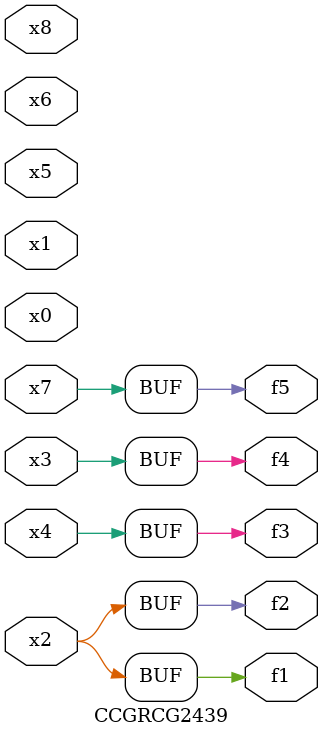
<source format=v>
module CCGRCG2439(
	input x0, x1, x2, x3, x4, x5, x6, x7, x8,
	output f1, f2, f3, f4, f5
);
	assign f1 = x2;
	assign f2 = x2;
	assign f3 = x4;
	assign f4 = x3;
	assign f5 = x7;
endmodule

</source>
